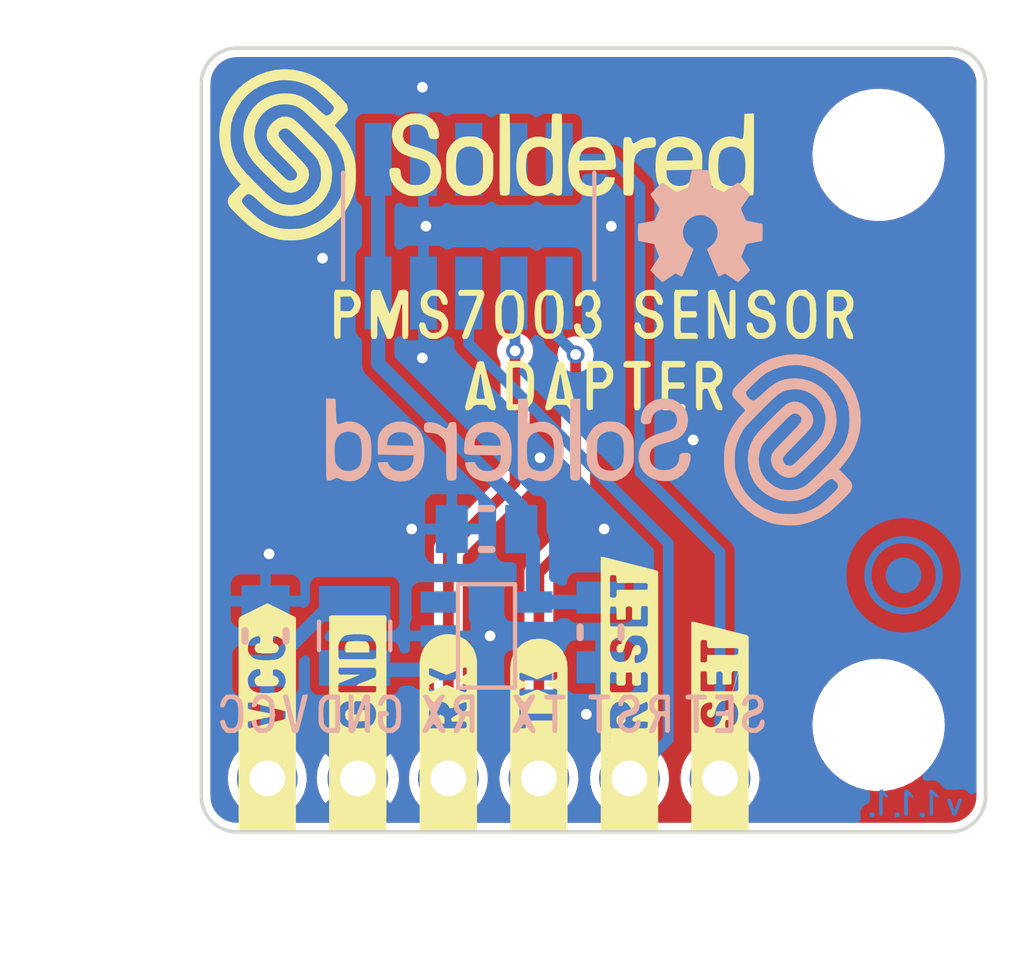
<source format=kicad_pcb>
(kicad_pcb (version 20210623) (generator pcbnew)
  (layers (0 "F.Cu" signal) (31 "B.Cu" signal) (34 "B.Paste" user) (35 "F.Paste" user) (36 "B.SilkS" user "B.Silkscreen") (37 "F.SilkS" user "F.Silkscreen") (38 "B.Mask" user) (39 "F.Mask" user) (44 "Edge.Cuts" user))
  (net 0 "")
  (net 1 "GND")
  (net 2 "5V")
  (net 3 "RESET")
  (net 4 "RX")
  (net 5 "TX")
  (net 6 "SET")
  (net 9 "VCC")
  (net 10 "Net-(L1-Pad1)")
  (footprint "buzzardLabel" (layer "F.Cu") (at 109.47 160.4 90)
    (fp_text reference "" (at 0 0 90) (layer "F.SilkS") (effects (font (size 1.27 1.27))))
    (fp_text value "" (at 0 0 90) (layer "F.SilkS") (effects (font (size 1.27 1.27))))
  )
  (footprint "Soldered Graphics:Logo-Front-SolderedFULL-15mm" (layer "F.Cu") (at 108 141)
    (fp_text reference "REF**" hide)
    (fp_text value "Logo-Front-SolderedFULL-15mm" hide)
  )
  (footprint "Soldered Graphics:Logo-Back-OSH-3.5mm" (layer "F.Cu") (at 114 143)
    (fp_text reference "G***" hide)
    (fp_text value "LOGO" hide)
  )
  (footprint "buzzardLabel" (layer "F.Cu") (at 111 147.5)
    (fp_text reference "" (at 0 0) (layer "F.SilkS") (effects (font (size 1.27 1.27))))
    (fp_text value "" (at 0 0) (layer "F.SilkS") (effects (font (size 1.27 1.27))))
  )
  (footprint "e-radionica.com footprinti:HOLE_3.2mm" (layer "F.Cu") (at 119 157)
    (fp_text reference "H2" hide)
    (fp_text value "HOLE_3.2mm" hide)
    (pad "" np_thru_hole circle locked (at 0 0) (size 3.2 3.2) (drill 3.2) (layers F&B.Cu *.Mask))
  )
  (footprint "buzzardLabel" (layer "F.Cu") (at 111 145.5)
    (fp_text reference "" (at 0 0) (layer "F.SilkS") (effects (font (size 1.27 1.27))))
    (fp_text value "" (at 0 0) (layer "F.SilkS") (effects (font (size 1.27 1.27))))
  )
  (footprint "buzzardLabel" (layer "F.Cu") (at 104.39 160.4 90)
    (fp_text reference "" (at 0 0 90) (layer "F.SilkS") (effects (font (size 1.27 1.27))))
    (fp_text value "" (at 0 0 90) (layer "F.SilkS") (effects (font (size 1.27 1.27))))
  )
  (footprint "buzzardLabel" (layer "F.Cu") (at 114.55 160.4 90)
    (fp_text reference "" (at 0 0 90) (layer "F.SilkS") (effects (font (size 1.27 1.27))))
    (fp_text value "" (at 0 0 90) (layer "F.SilkS") (effects (font (size 1.27 1.27))))
  )
  (footprint "buzzardLabel" (layer "F.Cu") (at 112.01 160.4 90)
    (fp_text reference "" (at 0 0 90) (layer "F.SilkS") (effects (font (size 1.27 1.27))))
    (fp_text value "" (at 0 0 90) (layer "F.SilkS") (effects (font (size 1.27 1.27))))
  )
  (footprint "buzzardLabel" (layer "F.Cu") (at 106.93 160.4 90)
    (fp_text reference "" (at 0 0 90) (layer "F.SilkS") (effects (font (size 1.27 1.27))))
    (fp_text value "" (at 0 0 90) (layer "F.SilkS") (effects (font (size 1.27 1.27))))
  )
  (footprint "e-radionica.com footprinti:HOLE_3.2mm" (layer "F.Cu") (at 119 141)
    (fp_text reference "H1" hide)
    (fp_text value "HOLE_3.2mm" hide)
    (pad "" np_thru_hole circle locked (at 0 0) (size 3.2 3.2) (drill 3.2) (layers F&B.Cu *.Mask))
  )
  (footprint "Soldered Graphics:Logo-Back-SolderedFULL-15mm" (layer "F.Cu") (at 111 149)
    (fp_text reference "REF**" hide)
    (fp_text value "Logo-Front-SolderedFULL-15mm" hide)
  )
  (footprint "buzzardLabel" (layer "F.Cu") (at 101.85 160.4 90)
    (fp_text reference "" (at 0 0 90) (layer "F.SilkS") (effects (font (size 1.27 1.27))))
    (fp_text value "" (at 0 0 90) (layer "F.SilkS") (effects (font (size 1.27 1.27))))
  )
  (footprint "e-radionica.com footprinti:HEADER_MALE_6X1" (layer "F.Cu") (at 108.2 158.5 180)
    (fp_text reference "K1")
    (fp_text value "HEADER_MALE_6X1")
    (pad "1" thru_hole circle locked (at -6.35 0 180) (size 1.7 1.7) (drill 1) (layers *.Cu *.Mask) (net 6 "SET"))
    (pad "2" thru_hole circle locked (at -3.81 0 180) (size 1.7 1.7) (drill 1) (layers *.Cu *.Mask) (net 3 "RESET"))
    (pad "3" thru_hole circle locked (at -1.27 0 180) (size 1.7 1.7) (drill 1) (layers *.Cu *.Mask) (net 5 "TX"))
    (pad "4" thru_hole circle locked (at 1.27 0 180) (size 1.7 1.7) (drill 1) (layers *.Cu *.Mask) (net 4 "RX"))
    (pad "5" thru_hole circle locked (at 3.81 0 180) (size 1.7 1.7) (drill 1) (layers *.Cu *.Mask) (net 1 "GND"))
    (pad "6" thru_hole circle locked (at 6.35 0 180) (size 1.7 1.7) (drill 1) (layers *.Cu *.Mask) (net 9 "VCC"))
  )
  (footprint "e-radionica.com footprinti:0806L" (layer "B.Cu") (at 104.3 154.5 90)
    (fp_text reference "L1")
    (fp_text value "DFE201612E-2R2M=P2")
    (pad "1" smd rect (at -0.9 0 90) (size 1 2) (layers "B.Cu" "B.Paste" "B.Mask") (net 10 "Net-(L1-Pad1)"))
    (pad "2" smd rect (at 0.9 0 90) (size 1 2) (layers "B.Cu" "B.Paste" "B.Mask") (net 9 "VCC"))
  )
  (footprint "e-radionica.com footprinti:FIDUCIAL_23" (layer "B.Cu") (at 119.7 152.8 180)
    (fp_text reference "FD1")
    (fp_text value "FIDUCIAL")
    (fp_circle (center 0 0) (end 1 0) (layer "B.Cu") (width 0.2) (fill none))
    (pad "1" smd circle (at 0 0 180) (size 1 1) (layers "B.Cu" "B.Paste" "B.Mask") (clearance 1.1))
  )
  (footprint "Soldered Graphics:Version1.1.1." (layer "B.Cu") (at 120 159.2 180)
    (fp_text reference "REF**" hide)
    (fp_text value "Version1.1.1." hide)
    (fp_poly (pts (xy 0.43 -0.38) (xy 0.48 -0.38) (xy 0.54 -0.37) (xy 0.54 -0.33) (xy 0.54 -0.27) (xy 0.5 -0.26) (xy 0.45 -0.26) (xy 0.42 -0.29) (xy 0.42 -0.34) (xy 0.43 -0.38)) (layer "B.Cu") (width 0.01) (fill solid))
    (fp_poly (pts (xy -1.15 -0.35) (xy -1.1 -0.35) (xy -1.07 -0.31) (xy -0.92 0.1) (xy -0.94 0.13) (xy -0.99 0.13) (xy -1.02 0.1) (xy -1.11 -0.16) (xy -1.13 -0.21) (xy -1.15 -0.17) (xy -1.24 0.09) (xy -1.26 0.13) (xy -1.32 0.13) (xy -1.34 0.1) (xy -1.18 -0.31) (xy -1.15 -0.35)) (layer "B.Cu") (width 0.01) (fill solid))
    (fp_poly (pts (xy 1.14 -0.38) (xy 1.19 -0.38) (xy 1.24 -0.37) (xy 1.25 -0.33) (xy 1.25 -0.27) (xy 1.2 -0.26) (xy 1.15 -0.26) (xy 1.12 -0.29) (xy 1.12 -0.34) (xy 1.14 -0.38)) (layer "B.Cu") (width 0.01) (fill solid))
    (fp_poly (pts (xy 0.91 -0.35) (xy 0.96 -0.35) (xy 0.98 -0.31) (xy 0.98 0.35) (xy 0.95 0.38) (xy 0.89 0.38) (xy 0.86 0.34) (xy 0.74 0.22) (xy 0.73 0.17) (xy 0.76 0.16) (xy 0.85 0.22) (xy 0.89 0.23) (xy 0.89 -0.31) (xy 0.91 -0.35)) (layer "B.Cu") (width 0.01) (fill solid))
    (fp_poly (pts (xy -0.5 -0.35) (xy -0.44 -0.35) (xy -0.43 -0.31) (xy -0.43 0.35) (xy -0.46 0.38) (xy -0.52 0.38) (xy -0.55 0.34) (xy -0.67 0.22) (xy -0.68 0.17) (xy -0.65 0.16) (xy -0.56 0.22) (xy -0.52 0.23) (xy -0.52 -0.31) (xy -0.5 -0.35)) (layer "B.Cu") (width 0.01) (fill solid))
    (fp_poly (pts (xy 0.21 -0.35) (xy 0.26 -0.35) (xy 0.28 -0.31) (xy 0.28 0.35) (xy 0.24 0.38) (xy 0.19 0.38) (xy 0.15 0.34) (xy 0.04 0.22) (xy 0.02 0.17) (xy 0.05 0.16) (xy 0.14 0.22) (xy 0.18 0.23) (xy 0.18 -0.31) (xy 0.21 -0.35)) (layer "B.Cu") (width 0.01) (fill solid))
    (fp_poly (pts (xy -0.27 -0.38) (xy -0.22 -0.38) (xy -0.17 -0.37) (xy -0.16 -0.33) (xy -0.16 -0.27) (xy -0.21 -0.26) (xy -0.26 -0.26) (xy -0.29 -0.29) (xy -0.29 -0.34) (xy -0.27 -0.38)) (layer "B.Cu") (width 0.01) (fill solid))
  )
  (footprint "e-radionica.com footprinti:tps613222a" (layer "B.Cu") (at 108 154.5)
    (fp_text reference "U1")
    (fp_text value "TPS613222A")
    (pad "1" smd rect (at -1.3 0.95) (size 1.1 0.6) (layers "B.Cu" "B.Paste" "B.Mask") (net 10 "Net-(L1-Pad1)"))
    (pad "2" smd rect (at -1.3 0) (size 1.1 0.6) (layers "B.Cu" "B.Paste" "B.Mask") (net 1 "GND"))
    (pad "3" smd rect (at -1.3 -0.95) (size 1.1 0.6) (layers "B.Cu" "B.Paste" "B.Mask"))
    (pad "4" smd rect (at 1.3 -0.95) (size 1.1 0.6) (layers "B.Cu" "B.Paste" "B.Mask") (net 2 "5V"))
    (pad "5" smd rect (at 1.3 0.95) (size 1.1 0.6) (layers "B.Cu" "B.Paste" "B.Mask"))
  )
  (footprint "buzzardLabel" (layer "B.Cu") (at 112.01 156.7 180)
    (fp_text reference "" (at 0 0) (layer "B.SilkS") (effects (font (size 1.27 1.27)) (justify mirror)))
    (fp_text value "" (at 0 0) (layer "B.SilkS") (effects (font (size 1.27 1.27)) (justify mirror)))
  )
  (footprint "e-radionica.com footprinti:0805C" (layer "B.Cu") (at 108 151.5)
    (fp_text reference "C2")
    (fp_text value "CL10A226MPCNUBE")
    (pad "1" smd rect locked (at -0.975 0 270) (size 1.35 0.9) (layers "B.Cu" "B.Paste" "B.Mask") (net 1 "GND"))
    (pad "2" smd rect locked (at 0.975 0 270) (size 1.35 0.9) (layers "B.Cu" "B.Paste" "B.Mask") (net 2 "5V"))
  )
  (footprint "buzzardLabel" (layer "B.Cu") (at 106.93 156.7 180)
    (fp_text reference "" (at 0 0) (layer "B.SilkS") (effects (font (size 1.27 1.27)) (justify mirror)))
    (fp_text value "" (at 0 0) (layer "B.SilkS") (effects (font (size 1.27 1.27)) (justify mirror)))
  )
  (footprint "e-radionica.com footprinti:HEADER_FEMALE_5x2_1.27mm_SMD" (layer "B.Cu") (at 107.5 143)
    (fp_text reference "K2")
    (fp_text value "HEADER_FEMALE_5x2_1.27mm_SMD")
    (pad "1" smd rect (at -2.54 -1.875 270) (size 2.05 0.76) (layers "B.Cu" "B.Paste" "B.Mask") (net 2 "5V"))
    (pad "2" smd rect (at -1.27 -1.875 270) (size 2.05 0.76) (layers "B.Cu" "B.Paste" "B.Mask") (net 1 "GND"))
    (pad "3" smd rect (at 0 -1.875 270) (size 2.05 0.76) (layers "B.Cu" "B.Paste" "B.Mask"))
    (pad "4" smd rect (at 1.27 -1.875 270) (size 2.05 0.76) (layers "B.Cu" "B.Paste" "B.Mask"))
    (pad "5" smd rect (at 2.54 -1.875 270) (size 2.05 0.76) (layers "B.Cu" "B.Paste" "B.Mask") (net 6 "SET"))
    (pad "6" smd rect (at 2.54 1.875 270) (size 2.05 0.76) (layers "B.Cu" "B.Paste" "B.Mask") (net 5 "TX"))
    (pad "7" smd rect (at 1.27 1.875 270) (size 2.05 0.76) (layers "B.Cu" "B.Paste" "B.Mask") (net 4 "RX"))
    (pad "8" smd rect (at 0 1.875 270) (size 2.05 0.76) (layers "B.Cu" "B.Paste" "B.Mask") (net 3 "RESET"))
    (pad "9" smd rect (at -1.27 1.875 270) (size 2.05 0.76) (layers "B.Cu" "B.Paste" "B.Mask") (net 1 "GND"))
    (pad "10" smd rect (at -2.54 1.875 270) (size 2.05 0.76) (layers "B.Cu" "B.Paste" "B.Mask") (net 2 "5V"))
  )
  (footprint "e-radionica.com footprinti:0805C" (layer "B.Cu") (at 111.2 154.4 90)
    (fp_text reference "C1")
    (fp_text value "CL10A226MPCNUBE")
    (pad "1" smd rect locked (at -0.975 0) (size 1.35 0.9) (layers "B.Cu" "B.Paste" "B.Mask") (net 1 "GND"))
    (pad "2" smd rect locked (at 0.975 0) (size 1.35 0.9) (layers "B.Cu" "B.Paste" "B.Mask") (net 2 "5V"))
  )
  (footprint "buzzardLabel" (layer "B.Cu") (at 101.75 156.7 180)
    (fp_text reference "" (at 0 0) (layer "B.SilkS") (effects (font (size 1.27 1.27)) (justify mirror)))
    (fp_text value "" (at 0 0) (layer "B.SilkS") (effects (font (size 1.27 1.27)) (justify mirror)))
  )
  (footprint "e-radionica.com footprinti:0805C" (layer "B.Cu") (at 101.8 154.5 -90)
    (fp_text reference "C3")
    (fp_text value "C1608X7S1A475K080AC")
    (pad "1" smd rect locked (at -0.975 0 180) (size 1.35 0.9) (layers "B.Cu" "B.Paste" "B.Mask") (net 1 "GND"))
    (pad "2" smd rect locked (at 0.975 0 180) (size 1.35 0.9) (layers "B.Cu" "B.Paste" "B.Mask") (net 9 "VCC"))
  )
  (footprint "buzzardLabel" (layer "B.Cu") (at 114.7 156.7 180)
    (fp_text reference "" (at 0 0) (layer "B.SilkS") (effects (font (size 1.27 1.27)) (justify mirror)))
    (fp_text value "" (at 0 0) (layer "B.SilkS") (effects (font (size 1.27 1.27)) (justify mirror)))
  )
  (footprint "buzzardLabel" (layer "B.Cu") (at 104.45 156.7 180)
    (fp_text reference "" (at 0 0) (layer "B.SilkS") (effects (font (size 1.27 1.27)) (justify mirror)))
    (fp_text value "" (at 0 0) (layer "B.SilkS") (effects (font (size 1.27 1.27)) (justify mirror)))
  )
  (footprint "buzzardLabel" (layer "B.Cu") (at 109.47 156.7 180)
    (fp_text reference "" (at 0 0) (layer "B.SilkS") (effects (font (size 1.27 1.27)) (justify mirror)))
    (fp_text value "" (at 0 0) (layer "B.SilkS") (effects (font (size 1.27 1.27)) (justify mirror)))
  )
  (gr_line (start 121 160) (end 101 160) (layer "Edge.Cuts") (width 0.1))
  (gr_arc (start 101 139) (end 101 138) (angle -90) (layer "Edge.Cuts") (width 0.1))
  (gr_line (start 100 159) (end 100 139) (layer "Edge.Cuts") (width 0.1))
  (gr_arc (start 121 159) (end 121 160) (angle -90) (layer "Edge.Cuts") (width 0.1))
  (gr_line (start 122 139) (end 122 159) (layer "Edge.Cuts") (width 0.1))
  (gr_arc (start 121 139) (end 121 138) (angle 90) (layer "Edge.Cuts") (width 0.1))
  (gr_arc (start 101 159) (end 101 160) (angle 90) (layer "Edge.Cuts") (width 0.1))
  (gr_line (start 101 138) (end 121 138) (layer "Edge.Cuts") (width 0.1))
  (via (at 106.2 139.1) (size 0.5) (drill 0.3) (layers "F.Cu" "B.Cu") (net 1))
  (via (at 108.1 154.5) (size 0.5) (drill 0.3) (layers "F.Cu" "B.Cu") (net 1))
  (via (at 110.8 156.7) (size 0.5) (drill 0.3) (layers "F.Cu" "B.Cu") (net 1))
  (via (at 105.9 151.5) (size 0.5) (drill 0.3) (layers "F.Cu" "B.Cu") (net 1))
  (via (at 111.3 151.5) (size 0.5) (drill 0.3) (layers "F.Cu" "B.Cu") (net 1))
  (via (at 109.5 149.5) (size 0.5) (drill 0.3) (layers "F.Cu" "B.Cu") (net 1))
  (via (at 101.9 152.2) (size 0.5) (drill 0.3) (layers "F.Cu" "B.Cu") (net 1))
  (via (at 106.3 143) (size 0.5) (drill 0.3) (layers "F.Cu" "B.Cu") (net 1))
  (via (at 103.4 143.9) (size 0.5) (drill 0.3) (layers "F.Cu" "B.Cu") (net 1))
  (via (at 106.2 146.7) (size 0.5) (drill 0.3) (layers "F.Cu" "B.Cu") (net 1))
  (via (at 113.8 149) (size 0.5) (drill 0.3) (layers "F.Cu" "B.Cu") (net 1))
  (via (at 111.5 143) (size 0.5) (drill 0.3) (layers "F.Cu" "B.Cu") (net 1))
  (segment (start 104.96 146.86) (end 104.96 144.875) (width 0.4) (layer "B.Cu") (net 2))
  (segment (start 109.3 151.825) (end 108.975 151.5) (width 0.4) (layer "B.Cu") (net 2))
  (segment (start 109.3 153.55) (end 109.3 151.825) (width 0.4) (layer "B.Cu") (net 2))
  (segment (start 104.96 141.125) (end 104.96 144.875) (width 0.4) (layer "B.Cu") (net 2))
  (segment (start 108.975 150.875) (end 104.96 146.86) (width 0.4) (layer "B.Cu") (net 2))
  (segment (start 109.3 153.55) (end 111.075 153.55) (width 0.4) (layer "B.Cu") (net 2))
  (segment (start 108.975 151.5) (end 108.975 150.875) (width 0.4) (layer "B.Cu") (net 2))
  (segment (start 111.075 153.55) (end 111.2 153.425) (width 0.4) (layer "B.Cu") (net 2))
  (segment (start 113.1 151.9) (end 107.5 146.3) (width 0.3) (layer "B.Cu") (net 3))
  (segment (start 113.1 157.41) (end 113.1 151.9) (width 0.3) (layer "B.Cu") (net 3))
  (segment (start 107.5 146.3) (end 107.5 144.875) (width 0.3) (layer "B.Cu") (net 3))
  (segment (start 112.01 158.5) (end 113.1 157.41) (width 0.3) (layer "B.Cu") (net 3))
  (segment (start 108.8 146.5) (end 108.8 150.2) (width 0.3) (layer "F.Cu") (net 4))
  (segment (start 106.93 152.07) (end 106.93 158.5) (width 0.3) (layer "F.Cu") (net 4))
  (segment (start 108.8 150.2) (end 106.93 152.07) (width 0.3) (layer "F.Cu") (net 4))
  (via (at 108.8 146.5) (size 0.5) (drill 0.3) (layers "F.Cu" "B.Cu") (net 4))
  (segment (start 108.8 144.905) (end 108.77 144.875) (width 0.3) (layer "B.Cu") (net 4))
  (segment (start 108.8 146.5) (end 108.8 144.905) (width 0.3) (layer "B.Cu") (net 4))
  (segment (start 110.5 146.6) (end 110.5 151.7) (width 0.3) (layer "F.Cu") (net 5))
  (segment (start 109.47 152.73) (end 109.47 158.5) (width 0.3) (layer "F.Cu") (net 5))
  (segment (start 110.5 151.7) (end 109.47 152.73) (width 0.3) (layer "F.Cu") (net 5))
  (via (at 110.5 146.6) (size 0.5) (drill 0.3) (layers "F.Cu" "B.Cu") (net 5))
  (segment (start 110 144.915) (end 110.04 144.875) (width 0.3) (layer "B.Cu") (net 5))
  (segment (start 110.5 146.6) (end 110 146.1) (width 0.3) (layer "B.Cu") (net 5))
  (segment (start 110 146.1) (end 110 144.915) (width 0.3) (layer "B.Cu") (net 5))
  (segment (start 114.55 158.5) (end 114.55 152.15) (width 0.3) (layer "B.Cu") (net 6))
  (segment (start 112.3 149.9) (end 112.3 141.9) (width 0.3) (layer "B.Cu") (net 6))
  (segment (start 114.55 152.15) (end 112.3 149.9) (width 0.3) (layer "B.Cu") (net 6))
  (segment (start 112.3 141.9) (end 111.525 141.125) (width 0.3) (layer "B.Cu") (net 6))
  (segment (start 111.525 141.125) (end 110.04 141.125) (width 0.3) (layer "B.Cu") (net 6))
  (segment (start 103.675 153.6) (end 101.8 155.475) (width 0.4) (layer "B.Cu") (net 9))
  (segment (start 104.3 153.6) (end 103.675 153.6) (width 0.4) (layer "B.Cu") (net 9))
  (segment (start 101.85 158.5) (end 101.85 155.525) (width 0.4) (layer "B.Cu") (net 9))
  (segment (start 101.85 155.525) (end 101.8 155.475) (width 0.4) (layer "B.Cu") (net 9))
  (segment (start 106.7 155.45) (end 104.35 155.45) (width 0.4) (layer "B.Cu") (net 10))
  (segment (start 104.35 155.45) (end 104.3 155.4) (width 0.4) (layer "B.Cu") (net 10))
  (zone (net 1) (net_name "GND") (layers F&B.Cu) (connect_pads (clearance 0.254)) (min_thickness 0.254) (fill yes (thermal_gap 0.3) (thermal_bridge_width 0.3))
    (polygon (pts (xy 122 160) (xy 100 160) (xy 100 138) (xy 122 138)))
  )
)
</source>
